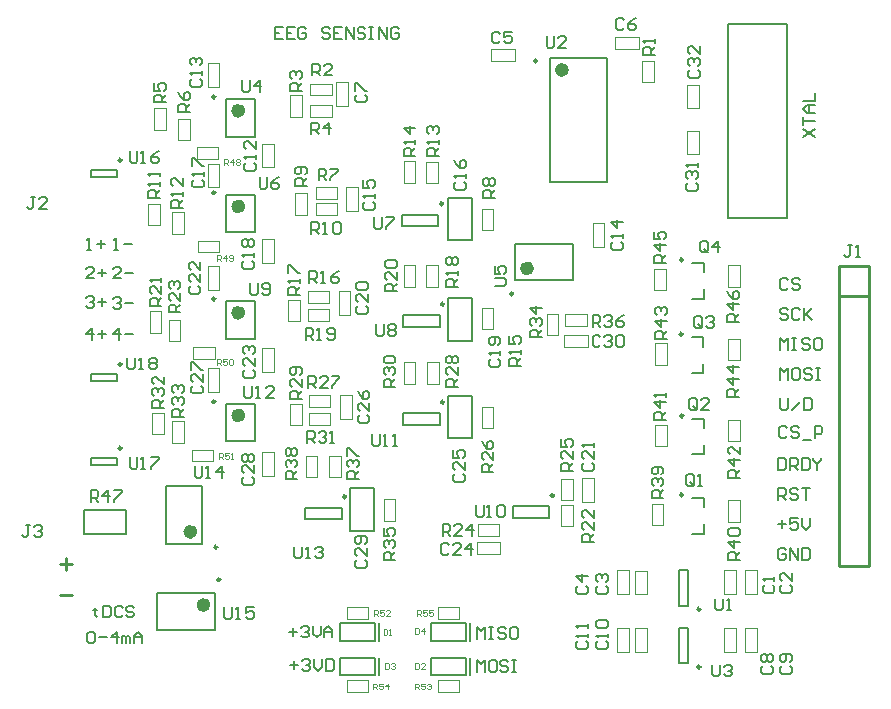
<source format=gto>
G04 Layer_Color=65535*
%FSLAX25Y25*%
%MOIN*%
G70*
G01*
G75*
%ADD10C,0.01000*%
%ADD34C,0.00984*%
%ADD35C,0.02362*%
%ADD36C,0.00197*%
%ADD37C,0.00787*%
%ADD38C,0.00591*%
%ADD39C,0.00394*%
D10*
X365472Y245394D02*
X375472D01*
Y235394D02*
Y245394D01*
X365472Y235394D02*
X375472D01*
X365472Y145394D02*
Y235394D01*
Y145394D02*
X375472D01*
Y235394D01*
X365472D02*
Y245394D01*
X105905Y135676D02*
X109904D01*
X105905Y146306D02*
X109904D01*
X107905Y148305D02*
Y144307D01*
D34*
X126476Y280807D02*
G03*
X126476Y280807I-492J0D01*
G01*
Y212697D02*
G03*
X126476Y212697I-492J0D01*
G01*
Y184744D02*
G03*
X126476Y184744I-492J0D01*
G01*
X158366Y151752D02*
G03*
X158366Y151752I-492J0D01*
G01*
X319390Y111811D02*
G03*
X319390Y111811I-492J0D01*
G01*
Y131102D02*
G03*
X319390Y131102I-492J0D01*
G01*
X159370Y140945D02*
G03*
X159370Y140945I-492J0D01*
G01*
X313583Y247539D02*
G03*
X313583Y247539I-492J0D01*
G01*
X313484Y222736D02*
G03*
X313484Y222736I-492J0D01*
G01*
X264961Y313878D02*
G03*
X264961Y313878I-492J0D01*
G01*
X256968Y236221D02*
G03*
X256968Y236221I-492J0D01*
G01*
X157677Y234547D02*
G03*
X157677Y234547I-492J0D01*
G01*
X157677Y200295D02*
G03*
X157677Y200295I-492J0D01*
G01*
X157677Y301870D02*
G03*
X157677Y301870I-492J0D01*
G01*
Y269980D02*
G03*
X157677Y269980I-492J0D01*
G01*
X313681Y195571D02*
G03*
X313681Y195571I-492J0D01*
G01*
X313583Y169193D02*
G03*
X313583Y169193I-492J0D01*
G01*
X270571Y168996D02*
G03*
X270571Y168996I-492J0D01*
G01*
X201279Y168602D02*
G03*
X201279Y168602I-492J0D01*
G01*
X233957Y200098D02*
G03*
X233957Y200098I-492J0D01*
G01*
Y232776D02*
G03*
X233957Y232776I-492J0D01*
G01*
X233563Y266240D02*
G03*
X233563Y266240I-492J0D01*
G01*
D35*
X150591Y156890D02*
G03*
X150591Y156890I-1181J0D01*
G01*
X154921Y132480D02*
G03*
X154921Y132480I-1181J0D01*
G01*
X274410Y310827D02*
G03*
X274410Y310827I-1181J0D01*
G01*
X262795Y244685D02*
G03*
X262795Y244685I-1181J0D01*
G01*
X166535Y229921D02*
G03*
X166535Y229921I-1181J0D01*
G01*
X166535Y195669D02*
G03*
X166535Y195669I-1181J0D01*
G01*
X166535Y297244D02*
G03*
X166535Y297244I-1181J0D01*
G01*
Y265354D02*
G03*
X166535Y265354I-1181J0D01*
G01*
D36*
X238976Y103543D02*
Y107480D01*
X231890D02*
X238976D01*
X231890Y103543D02*
Y107480D01*
Y103543D02*
X238976D01*
Y127953D02*
Y131890D01*
X231890D02*
X238976D01*
X231890Y127953D02*
Y131890D01*
Y127953D02*
X238976D01*
X208661Y103543D02*
Y107480D01*
X201575D02*
X208661D01*
X201575Y103543D02*
Y107480D01*
Y103543D02*
X208661D01*
Y127953D02*
Y131890D01*
X201575D02*
X208661D01*
X201575Y127953D02*
Y131890D01*
Y127953D02*
X208661D01*
X150000Y184252D02*
X157087D01*
Y180315D02*
Y184252D01*
X150000Y180315D02*
X157087D01*
X150000D02*
Y184252D01*
X150394Y218504D02*
X157480D01*
Y214567D02*
Y218504D01*
X150394Y214567D02*
X157480D01*
X150394D02*
Y218504D01*
X151969Y253937D02*
X159055D01*
Y250000D02*
Y253937D01*
X151969Y250000D02*
X159055D01*
X151969D02*
Y253937D01*
X151575Y285039D02*
X158661D01*
Y281102D02*
Y285039D01*
X151575Y281102D02*
X158661D01*
X151575D02*
Y285039D01*
X189370Y306299D02*
X196457D01*
Y302362D02*
Y306299D01*
X189370Y302362D02*
X196457D01*
X189370D02*
Y306299D01*
X328740Y238583D02*
Y245669D01*
X332677D01*
Y238583D02*
Y245669D01*
X328740Y238583D02*
X332677D01*
X303937Y237402D02*
Y244488D01*
X307874D01*
Y237402D02*
Y244488D01*
X303937Y237402D02*
X307874D01*
X328740Y214173D02*
Y221260D01*
X332677D01*
Y214173D02*
Y221260D01*
X328740Y214173D02*
X332677D01*
X304331Y212598D02*
Y219685D01*
X308268D01*
Y212598D02*
Y219685D01*
X304331Y212598D02*
X308268D01*
X328740Y187008D02*
Y194095D01*
X332677D01*
Y187008D02*
Y194095D01*
X328740Y187008D02*
X332677D01*
X304331Y185433D02*
Y192520D01*
X308268D01*
Y185433D02*
Y192520D01*
X304331Y185433D02*
X308268D01*
X328740Y160236D02*
Y167323D01*
X332677D01*
Y160236D02*
Y167323D01*
X328740Y160236D02*
X332677D01*
X303150Y159055D02*
Y166142D01*
X307087D01*
Y159055D02*
Y166142D01*
X303150Y159055D02*
X307087D01*
X291732Y116929D02*
X295669D01*
Y124803D01*
X291732D02*
X295669D01*
X291732Y116929D02*
Y124803D01*
X297638Y116929D02*
X301575D01*
Y124803D01*
X297638D02*
X301575D01*
X297638Y116929D02*
Y124803D01*
X334252Y116929D02*
X338189D01*
Y124803D01*
X334252D02*
X338189D01*
X334252Y116929D02*
Y124803D01*
X327165Y116929D02*
X331102D01*
Y124803D01*
X327165D02*
X331102D01*
X327165Y116929D02*
Y124803D01*
X291732Y136221D02*
X295669D01*
Y144095D01*
X291732D02*
X295669D01*
X291732Y136221D02*
Y144095D01*
X297638Y136063D02*
X301575D01*
Y143937D01*
X297638D02*
X301575D01*
X297638Y136063D02*
Y143937D01*
X334252Y136221D02*
X338189D01*
Y144095D01*
X334252D02*
X338189D01*
X334252Y136221D02*
Y144095D01*
X327165Y136221D02*
X331102D01*
Y144095D01*
X327165D02*
X331102D01*
X327165Y136221D02*
Y144095D01*
X314961Y290551D02*
X318898D01*
X314961Y282677D02*
Y290551D01*
Y282677D02*
X318898D01*
Y290551D01*
X314961Y298031D02*
X318898D01*
Y305906D01*
X314961D02*
X318898D01*
X314961Y298031D02*
Y305906D01*
X300000Y306693D02*
Y313779D01*
X303937D01*
Y306693D02*
Y313779D01*
X300000Y306693D02*
X303937D01*
X249606Y313779D02*
Y317717D01*
Y313779D02*
X257480D01*
Y317717D01*
X249606D02*
X257480D01*
X281890Y218504D02*
Y222441D01*
X274016D02*
X281890D01*
X274016Y218504D02*
Y222441D01*
Y218504D02*
X281890D01*
X274410Y225590D02*
X281496D01*
X274410D02*
Y229528D01*
X281496D01*
Y225590D02*
Y229528D01*
X272047Y222441D02*
Y229528D01*
X268110Y222441D02*
X272047D01*
X268110D02*
Y229528D01*
X272047D01*
X245276Y159449D02*
X252362D01*
Y155512D02*
Y159449D01*
X245276Y155512D02*
X252362D01*
X245276D02*
Y159449D01*
X252756Y149606D02*
Y153543D01*
X244882D02*
X252756D01*
X244882Y149606D02*
Y153543D01*
Y149606D02*
X252756D01*
X279921Y174803D02*
X283858D01*
X279921Y166929D02*
Y174803D01*
Y166929D02*
X283858D01*
Y174803D01*
X276772Y167421D02*
Y174508D01*
X272835Y167421D02*
X276772D01*
X272835D02*
Y174508D01*
X276772D01*
Y158661D02*
Y165748D01*
X272835Y158661D02*
X276772D01*
X272835D02*
Y165748D01*
X276772D01*
X283465Y251969D02*
X287402D01*
Y259842D01*
X283465D02*
X287402D01*
X283465Y251969D02*
Y259842D01*
X187795Y175197D02*
Y182283D01*
X191732D01*
Y175197D02*
Y182283D01*
X187795Y175197D02*
X191732D01*
X195669D02*
Y182283D01*
X199606D01*
Y175197D02*
Y182283D01*
X195669Y175197D02*
X199606D01*
X213779Y160630D02*
Y167717D01*
X217717D01*
Y160630D02*
Y167717D01*
X213779Y160630D02*
X217717D01*
X228346Y206299D02*
Y213386D01*
X232283D01*
Y206299D02*
Y213386D01*
X228346Y206299D02*
X232283D01*
X220472D02*
Y213386D01*
X224409D01*
Y206299D02*
Y213386D01*
X220472Y206299D02*
X224409D01*
X246457Y191339D02*
Y198425D01*
X250394D01*
Y191339D02*
Y198425D01*
X246457Y191339D02*
X250394D01*
X220472Y238583D02*
Y245669D01*
X224409D01*
Y238583D02*
Y245669D01*
X220472Y238583D02*
X224409D01*
X227953Y238583D02*
Y245669D01*
X231890D01*
Y238583D02*
Y245669D01*
X227953Y238583D02*
X231890D01*
X246457Y224409D02*
Y231496D01*
X250394D01*
Y224409D02*
Y231496D01*
X246457Y224409D02*
X250394D01*
X227953Y273130D02*
Y280217D01*
X231890D01*
Y273130D02*
Y280217D01*
X227953Y273130D02*
X231890D01*
X220472Y273228D02*
Y280315D01*
X224409D01*
Y273228D02*
Y280315D01*
X220472Y273228D02*
X224409D01*
X246457Y257480D02*
Y264567D01*
X250394D01*
Y257480D02*
Y264567D01*
X246457Y257480D02*
X250394D01*
X199213Y194488D02*
X203150D01*
Y202362D01*
X199213D02*
X203150D01*
X199213Y194488D02*
Y202362D01*
X188976Y202362D02*
X196063D01*
Y198425D02*
Y202362D01*
X188976Y198425D02*
X196063D01*
X188976D02*
Y202362D01*
X182677Y192520D02*
Y199606D01*
X186614D01*
Y192520D02*
Y199606D01*
X182677Y192520D02*
X186614D01*
X188976Y192520D02*
X196063D01*
X188976D02*
Y196457D01*
X196063D01*
Y192520D02*
Y196457D01*
X173228Y175591D02*
X177165D01*
Y183465D01*
X173228D02*
X177165D01*
X173228Y175591D02*
Y183465D01*
X155118Y211417D02*
X159055D01*
X155118Y203543D02*
Y211417D01*
Y203543D02*
X159055D01*
Y211417D01*
X143307Y186614D02*
Y193701D01*
X147244D01*
Y186614D02*
Y193701D01*
X143307Y186614D02*
X147244D01*
X136614Y189370D02*
Y196457D01*
X140551D01*
Y189370D02*
Y196457D01*
X136614Y189370D02*
X140551D01*
X188583Y237008D02*
X195669D01*
Y233071D02*
Y237008D01*
X188583Y233071D02*
X195669D01*
X188583D02*
Y237008D01*
X198819Y229134D02*
X202756D01*
Y237008D01*
X198819D02*
X202756D01*
X198819Y229134D02*
Y237008D01*
X188583Y227165D02*
X195669D01*
X188583D02*
Y231102D01*
X195669D01*
Y227165D02*
Y231102D01*
X181890Y227165D02*
Y234252D01*
X185827D01*
Y227165D02*
Y234252D01*
X181890Y227165D02*
X185827D01*
X155118Y245512D02*
X159055D01*
X155118Y237638D02*
Y245512D01*
Y237638D02*
X159055D01*
Y245512D01*
X173228Y210236D02*
X177165D01*
Y218110D01*
X173228D02*
X177165D01*
X173228Y210236D02*
Y218110D01*
X135827Y223228D02*
Y230315D01*
X139764D01*
Y223228D02*
Y230315D01*
X135827Y223228D02*
X139764D01*
X142126Y220472D02*
Y227559D01*
X146063D01*
Y220472D02*
Y227559D01*
X142126Y220472D02*
X146063D01*
X191339Y271654D02*
X198425D01*
Y267717D02*
Y271654D01*
X191339Y267717D02*
X198425D01*
X191339D02*
Y271654D01*
X201181Y263779D02*
X205118D01*
Y271654D01*
X201181D02*
X205118D01*
X201181Y263779D02*
Y271654D01*
X184252Y262598D02*
Y269685D01*
X188189D01*
Y262598D02*
Y269685D01*
X184252Y262598D02*
X188189D01*
X191339Y262598D02*
X198425D01*
X191339D02*
Y266535D01*
X198425D01*
Y262598D02*
Y266535D01*
X155118Y279528D02*
X159055D01*
X155118Y271654D02*
Y279528D01*
Y271654D02*
X159055D01*
Y279528D01*
X173228Y246457D02*
X177165D01*
Y254331D01*
X173228D02*
X177165D01*
X173228Y246457D02*
Y254331D01*
X143307Y256299D02*
Y263386D01*
X147244D01*
Y256299D02*
Y263386D01*
X143307Y256299D02*
X147244D01*
X135433Y259055D02*
Y266142D01*
X139370D01*
Y259055D02*
Y266142D01*
X135433Y259055D02*
X139370D01*
X198031Y298819D02*
X201969D01*
Y306693D01*
X198031D02*
X201969D01*
X198031Y298819D02*
Y306693D01*
X182677Y295276D02*
Y302362D01*
X186614D01*
Y295276D02*
Y302362D01*
X182677Y295276D02*
X186614D01*
X189370Y295276D02*
X196457D01*
X189370D02*
Y299213D01*
X196457D01*
Y295276D02*
Y299213D01*
X155118Y313150D02*
X159055D01*
X155118Y305276D02*
Y313150D01*
Y305276D02*
X159055D01*
Y313150D01*
X173228Y278346D02*
X177165D01*
Y286221D01*
X173228D02*
X177165D01*
X173228Y278346D02*
Y286221D01*
X145276Y287402D02*
Y294488D01*
X149213D01*
Y287402D02*
Y294488D01*
X145276Y287402D02*
X149213D01*
X137402Y290945D02*
Y298031D01*
X141339D01*
Y290945D02*
Y298031D01*
X137402Y290945D02*
X141339D01*
X298819Y317717D02*
Y321654D01*
X290945D02*
X298819D01*
X290945Y317717D02*
Y321654D01*
Y317717D02*
X298819D01*
D37*
X229528Y109055D02*
X241339D01*
Y114961D01*
X229528D02*
X241339D01*
X229528Y109055D02*
Y114961D01*
X242520Y109055D02*
Y114961D01*
X229528Y120472D02*
X241339D01*
Y126378D01*
X229528D02*
X241339D01*
X229528Y120472D02*
Y126378D01*
X242520Y120472D02*
Y126378D01*
X199213Y120472D02*
X211024D01*
Y126378D01*
X199213D02*
X211024D01*
X199213Y120472D02*
Y126378D01*
X212205Y120472D02*
Y126378D01*
X199213Y109055D02*
X211024D01*
Y114961D01*
X199213D02*
X211024D01*
X199213Y109055D02*
Y114961D01*
X212205Y109055D02*
Y114961D01*
X124803Y275197D02*
Y277559D01*
X116142Y275197D02*
Y277559D01*
X124803D01*
X116142Y275197D02*
X124803D01*
Y207087D02*
Y209449D01*
X116142Y207087D02*
Y209449D01*
X124803D01*
X116142Y207087D02*
X124803D01*
Y179134D02*
Y181496D01*
X116142Y179134D02*
Y181496D01*
X124803D01*
X116142Y179134D02*
X124803D01*
X141142Y172244D02*
X153347D01*
X141142Y152953D02*
X153347D01*
X141142D02*
Y172244D01*
X153347Y152953D02*
Y172244D01*
X312402Y112992D02*
X315158D01*
X312402Y124803D02*
X315158D01*
Y112992D02*
Y124803D01*
X312402Y112992D02*
Y124803D01*
Y132283D02*
X315158D01*
X312402Y144095D02*
X315158D01*
Y132283D02*
Y144095D01*
X312402Y132283D02*
Y144095D01*
X113866Y156224D02*
X128039D01*
Y164098D01*
X113866D02*
X128039D01*
X113866Y156224D02*
Y164098D01*
X138386Y124213D02*
Y136417D01*
X157677Y124213D02*
Y136417D01*
X138386Y124213D02*
X157677D01*
X138386Y136417D02*
X157677D01*
X320472Y234646D02*
Y237697D01*
X316535Y234646D02*
X320472D01*
Y243406D02*
Y246457D01*
X316535D02*
X320472D01*
X320374Y209842D02*
Y212894D01*
X316437Y209842D02*
X320374D01*
Y218602D02*
Y221654D01*
X316437D02*
X320374D01*
X269291Y273425D02*
X288189D01*
X269291Y314764D02*
X288189D01*
Y273425D02*
Y314764D01*
X269291Y273425D02*
Y314764D01*
X276969Y240748D02*
Y252953D01*
X257677Y240748D02*
Y252953D01*
X276969D01*
X257677Y240748D02*
X276969D01*
X161417Y221260D02*
Y233858D01*
X170866Y221260D02*
Y233858D01*
X161417D02*
X170866D01*
X161417Y221260D02*
X170866D01*
X161417Y187008D02*
Y199606D01*
X170866Y187008D02*
Y199606D01*
X161417D02*
X170866D01*
X161417Y187008D02*
X170866D01*
X161417Y288583D02*
Y301181D01*
X170866Y288583D02*
Y301181D01*
X161417D02*
X170866D01*
X161417Y288583D02*
X170866D01*
X161417Y256693D02*
Y269291D01*
X170866Y256693D02*
Y269291D01*
X161417D02*
X170866D01*
X161417Y256693D02*
X170866D01*
X320571Y182677D02*
Y185728D01*
X316634Y182677D02*
X320571D01*
Y191437D02*
Y194488D01*
X316634D02*
X320571D01*
X320472Y156299D02*
Y159350D01*
X316535Y156299D02*
X320472D01*
Y165059D02*
Y168110D01*
X316535D02*
X320472D01*
X328740Y261417D02*
X338583D01*
X328740Y261417D02*
Y325984D01*
X348425D01*
Y261417D02*
Y325984D01*
X338583Y261417D02*
X348425D01*
X256890Y161417D02*
X269094D01*
X256890Y165354D02*
X269094D01*
X256890Y161417D02*
Y165354D01*
X269094Y161417D02*
Y165354D01*
X210567Y157173D02*
Y171346D01*
X202693D02*
X210567D01*
X202693Y157173D02*
Y171346D01*
Y157173D02*
X210567D01*
X187598Y161024D02*
X199803D01*
X187598Y164961D02*
X199803D01*
X187598Y161024D02*
Y164961D01*
X199803Y161024D02*
Y164961D01*
X220276Y192520D02*
X232480D01*
X220276Y196457D02*
X232480D01*
X220276Y192520D02*
Y196457D01*
X232480Y192520D02*
Y196457D01*
X243244Y188079D02*
Y202252D01*
X235370D02*
X243244D01*
X235370Y188079D02*
Y202252D01*
Y188079D02*
X243244D01*
Y220559D02*
Y234732D01*
X235370D02*
X243244D01*
X235370Y220559D02*
Y234732D01*
Y220559D02*
X243244D01*
X220276Y225197D02*
X232480D01*
X220276Y229134D02*
X232480D01*
X220276Y225197D02*
Y229134D01*
X232480Y225197D02*
Y229134D01*
X243244Y254024D02*
Y268197D01*
X235370D02*
X243244D01*
X235370Y254024D02*
Y268197D01*
Y254024D02*
X243244D01*
X219882Y258661D02*
X232087D01*
X219882Y262598D02*
X232087D01*
X219882Y258661D02*
Y262598D01*
X232087Y258661D02*
Y262598D01*
D38*
X125590Y220866D02*
Y224802D01*
X123622Y222834D01*
X126246D01*
X127558D02*
X130182D01*
X123622Y234382D02*
X124278Y235038D01*
X125590D01*
X126246Y234382D01*
Y233726D01*
X125590Y233070D01*
X124934D01*
X125590D01*
X126246Y232414D01*
Y231758D01*
X125590Y231102D01*
X124278D01*
X123622Y231758D01*
X127558Y233070D02*
X130182D01*
X126246Y241339D02*
X123622D01*
X126246Y243962D01*
Y244618D01*
X125590Y245274D01*
X124278D01*
X123622Y244618D01*
X127558Y243306D02*
X130182D01*
X116535Y220866D02*
Y224802D01*
X114567Y222834D01*
X117191D01*
X118503D02*
X121126D01*
X119815Y224146D02*
Y221522D01*
X114567Y234776D02*
X115223Y235432D01*
X116535D01*
X117191Y234776D01*
Y234120D01*
X116535Y233464D01*
X115879D01*
X116535D01*
X117191Y232808D01*
Y232152D01*
X116535Y231496D01*
X115223D01*
X114567Y232152D01*
X118503Y233464D02*
X121126D01*
X119815Y234776D02*
Y232152D01*
X117191Y241339D02*
X114567D01*
X117191Y243962D01*
Y244618D01*
X116535Y245274D01*
X115223D01*
X114567Y244618D01*
X118503Y243306D02*
X121126D01*
X119815Y244618D02*
Y241995D01*
X124016Y250787D02*
X125328D01*
X124672D01*
Y254723D01*
X124016Y254067D01*
X127295Y252755D02*
X129919D01*
X114961Y250787D02*
X116272D01*
X115617D01*
Y254723D01*
X114961Y254067D01*
X118240Y252755D02*
X120864D01*
X119552Y254067D02*
Y251443D01*
X244882Y121260D02*
Y125196D01*
X246194Y123884D01*
X247506Y125196D01*
Y121260D01*
X248818Y125196D02*
X250130D01*
X249474D01*
Y121260D01*
X248818D01*
X250130D01*
X254721Y124540D02*
X254065Y125196D01*
X252753D01*
X252097Y124540D01*
Y123884D01*
X252753Y123228D01*
X254065D01*
X254721Y122572D01*
Y121916D01*
X254065Y121260D01*
X252753D01*
X252097Y121916D01*
X258001Y125196D02*
X256689D01*
X256033Y124540D01*
Y121916D01*
X256689Y121260D01*
X258001D01*
X258657Y121916D01*
Y124540D01*
X258001Y125196D01*
X244882Y110236D02*
Y114172D01*
X246194Y112860D01*
X247506Y114172D01*
Y110236D01*
X250785Y114172D02*
X249474D01*
X248818Y113516D01*
Y110892D01*
X249474Y110236D01*
X250785D01*
X251441Y110892D01*
Y113516D01*
X250785Y114172D01*
X255377Y113516D02*
X254721Y114172D01*
X253409D01*
X252753Y113516D01*
Y112860D01*
X253409Y112204D01*
X254721D01*
X255377Y111548D01*
Y110892D01*
X254721Y110236D01*
X253409D01*
X252753Y110892D01*
X256689Y114172D02*
X258001D01*
X257345D01*
Y110236D01*
X256689D01*
X258001D01*
X182677Y112598D02*
X185301D01*
X183989Y113910D02*
Y111286D01*
X186613Y113910D02*
X187269Y114566D01*
X188581D01*
X189237Y113910D01*
Y113254D01*
X188581Y112598D01*
X187925D01*
X188581D01*
X189237Y111942D01*
Y111286D01*
X188581Y110630D01*
X187269D01*
X186613Y111286D01*
X190549Y114566D02*
Y111942D01*
X191861Y110630D01*
X193173Y111942D01*
Y114566D01*
X194484D02*
Y110630D01*
X196452D01*
X197108Y111286D01*
Y113910D01*
X196452Y114566D01*
X194484D01*
X182283Y123621D02*
X184907D01*
X183595Y124933D02*
Y122310D01*
X186219Y124933D02*
X186875Y125589D01*
X188187D01*
X188843Y124933D01*
Y124277D01*
X188187Y123621D01*
X187531D01*
X188187D01*
X188843Y122966D01*
Y122310D01*
X188187Y121653D01*
X186875D01*
X186219Y122310D01*
X190155Y125589D02*
Y122966D01*
X191467Y121653D01*
X192779Y122966D01*
Y125589D01*
X194091Y121653D02*
Y124277D01*
X195403Y125589D01*
X196714Y124277D01*
Y121653D01*
Y123621D01*
X194091D01*
X95931Y159054D02*
X94619D01*
X95275D01*
Y155774D01*
X94619Y155118D01*
X93963D01*
X93307Y155774D01*
X97243Y158398D02*
X97899Y159054D01*
X99211D01*
X99867Y158398D01*
Y157742D01*
X99211Y157086D01*
X98555D01*
X99211D01*
X99867Y156430D01*
Y155774D01*
X99211Y155118D01*
X97899D01*
X97243Y155774D01*
X97506Y268503D02*
X96194D01*
X96850D01*
Y265223D01*
X96194Y264567D01*
X95538D01*
X94882Y265223D01*
X101441Y264567D02*
X98818D01*
X101441Y267191D01*
Y267847D01*
X100786Y268503D01*
X99474D01*
X98818Y267847D01*
X369947Y252361D02*
X368635D01*
X369291D01*
Y249081D01*
X368635Y248425D01*
X367979D01*
X367323Y249081D01*
X371259Y248425D02*
X372570D01*
X371915D01*
Y252361D01*
X371259Y251705D01*
X129134Y283857D02*
Y280577D01*
X129790Y279921D01*
X131102D01*
X131758Y280577D01*
Y283857D01*
X133070Y279921D02*
X134381D01*
X133726D01*
Y283857D01*
X133070Y283201D01*
X138973Y283857D02*
X137661Y283201D01*
X136349Y281889D01*
Y280577D01*
X137005Y279921D01*
X138317D01*
X138973Y280577D01*
Y281233D01*
X138317Y281889D01*
X136349D01*
X128347Y214959D02*
Y211680D01*
X129002Y211024D01*
X130314D01*
X130970Y211680D01*
Y214959D01*
X132282Y211024D02*
X133594D01*
X132938D01*
Y214959D01*
X132282Y214303D01*
X135562D02*
X136218Y214959D01*
X137530D01*
X138186Y214303D01*
Y213647D01*
X137530Y212991D01*
X138186Y212335D01*
Y211680D01*
X137530Y211024D01*
X136218D01*
X135562Y211680D01*
Y212335D01*
X136218Y212991D01*
X135562Y213647D01*
Y214303D01*
X136218Y212991D02*
X137530D01*
X129134Y181888D02*
Y178609D01*
X129790Y177953D01*
X131102D01*
X131758Y178609D01*
Y181888D01*
X133070Y177953D02*
X134381D01*
X133726D01*
Y181888D01*
X133070Y181233D01*
X136349Y181888D02*
X138973D01*
Y181233D01*
X136349Y178609D01*
Y177953D01*
X150787Y178739D02*
Y175459D01*
X151443Y174803D01*
X152755D01*
X153411Y175459D01*
Y178739D01*
X154723Y174803D02*
X156035D01*
X155379D01*
Y178739D01*
X154723Y178083D01*
X159971Y174803D02*
Y178739D01*
X158003Y176771D01*
X160627D01*
X323228Y112597D02*
Y109317D01*
X323884Y108661D01*
X325196D01*
X325852Y109317D01*
Y112597D01*
X327164Y111941D02*
X327820Y112597D01*
X329132D01*
X329788Y111941D01*
Y111285D01*
X329132Y110629D01*
X328476D01*
X329132D01*
X329788Y109973D01*
Y109317D01*
X329132Y108661D01*
X327820D01*
X327164Y109317D01*
X324410Y134644D02*
Y131365D01*
X325065Y130709D01*
X326377D01*
X327033Y131365D01*
Y134644D01*
X328345Y130709D02*
X329657D01*
X329001D01*
Y134644D01*
X328345Y133988D01*
X116142Y166791D02*
Y170727D01*
X118110D01*
X118766Y170071D01*
Y168759D01*
X118110Y168103D01*
X116142D01*
X117454D02*
X118766Y166791D01*
X122045D02*
Y170727D01*
X120078Y168759D01*
X122701D01*
X124013Y170727D02*
X126637D01*
Y170071D01*
X124013Y167447D01*
Y166791D01*
X160630Y131888D02*
Y128609D01*
X161286Y127953D01*
X162598D01*
X163254Y128609D01*
Y131888D01*
X164566Y127953D02*
X165878D01*
X165222D01*
Y131888D01*
X164566Y131233D01*
X170469Y131888D02*
X167845D01*
Y129921D01*
X169157Y130577D01*
X169813D01*
X170469Y129921D01*
Y128609D01*
X169813Y127953D01*
X168501D01*
X167845Y128609D01*
X321915Y250656D02*
Y253280D01*
X321259Y253936D01*
X319947D01*
X319291Y253280D01*
Y250656D01*
X319947Y250000D01*
X321259D01*
X320603Y251312D02*
X321915Y250000D01*
X321259D02*
X321915Y250656D01*
X325195Y250000D02*
Y253936D01*
X323227Y251968D01*
X325851D01*
X319947Y225459D02*
Y228083D01*
X319291Y228739D01*
X317979D01*
X317323Y228083D01*
Y225459D01*
X317979Y224803D01*
X319291D01*
X318635Y226115D02*
X319947Y224803D01*
X319291D02*
X319947Y225459D01*
X321259Y228083D02*
X321915Y228739D01*
X323226D01*
X323882Y228083D01*
Y227427D01*
X323226Y226771D01*
X322570D01*
X323226D01*
X323882Y226115D01*
Y225459D01*
X323226Y224803D01*
X321915D01*
X321259Y225459D01*
X268110Y322046D02*
Y318766D01*
X268766Y318110D01*
X270078D01*
X270734Y318766D01*
Y322046D01*
X274670Y318110D02*
X272046D01*
X274670Y320734D01*
Y321390D01*
X274014Y322046D01*
X272702D01*
X272046Y321390D01*
X250789Y238976D02*
X254068D01*
X254724Y239632D01*
Y240944D01*
X254068Y241600D01*
X250789D01*
Y245536D02*
Y242912D01*
X252757D01*
X252101Y244224D01*
Y244880D01*
X252757Y245536D01*
X254068D01*
X254724Y244880D01*
Y243568D01*
X254068Y242912D01*
X189900Y309000D02*
Y312936D01*
X191868D01*
X192524Y312280D01*
Y310968D01*
X191868Y310312D01*
X189900D01*
X191212D02*
X192524Y309000D01*
X196460D02*
X193836D01*
X196460Y311624D01*
Y312280D01*
X195804Y312936D01*
X194492D01*
X193836Y312280D01*
X169291Y239762D02*
Y236483D01*
X169947Y235827D01*
X171259D01*
X171915Y236483D01*
Y239762D01*
X173227Y236483D02*
X173883Y235827D01*
X175195D01*
X175851Y236483D01*
Y239107D01*
X175195Y239762D01*
X173883D01*
X173227Y239107D01*
Y238451D01*
X173883Y237795D01*
X175851D01*
X167323Y205510D02*
Y202231D01*
X167979Y201575D01*
X169291D01*
X169947Y202231D01*
Y205510D01*
X171259Y201575D02*
X172571D01*
X171915D01*
Y205510D01*
X171259Y204855D01*
X177162Y201575D02*
X174538D01*
X177162Y204199D01*
Y204855D01*
X176506Y205510D01*
X175194D01*
X174538Y204855D01*
X166535Y307479D02*
Y304199D01*
X167191Y303543D01*
X168503D01*
X169159Y304199D01*
Y307479D01*
X172439Y303543D02*
Y307479D01*
X170471Y305511D01*
X173095D01*
X172441Y275196D02*
Y271916D01*
X173097Y271260D01*
X174409D01*
X175065Y271916D01*
Y275196D01*
X179000D02*
X177689Y274540D01*
X176377Y273228D01*
Y271916D01*
X177033Y271260D01*
X178345D01*
X179000Y271916D01*
Y272572D01*
X178345Y273228D01*
X176377D01*
X332283Y226772D02*
X328348D01*
Y228740D01*
X329004Y229396D01*
X330316D01*
X330972Y228740D01*
Y226772D01*
Y228084D02*
X332283Y229396D01*
Y232675D02*
X328348D01*
X330316Y230707D01*
Y233331D01*
X328348Y237267D02*
X329004Y235955D01*
X330316Y234643D01*
X331627D01*
X332283Y235299D01*
Y236611D01*
X331627Y237267D01*
X330972D01*
X330316Y236611D01*
Y234643D01*
X307874Y246457D02*
X303938D01*
Y248425D01*
X304594Y249080D01*
X305906D01*
X306562Y248425D01*
Y246457D01*
Y247769D02*
X307874Y249080D01*
Y252360D02*
X303938D01*
X305906Y250392D01*
Y253016D01*
X303938Y256952D02*
Y254328D01*
X305906D01*
X305250Y255640D01*
Y256296D01*
X305906Y256952D01*
X307218D01*
X307874Y256296D01*
Y254984D01*
X307218Y254328D01*
X332283Y201969D02*
X328348D01*
Y203936D01*
X329004Y204592D01*
X330316D01*
X330972Y203936D01*
Y201969D01*
Y203280D02*
X332283Y204592D01*
Y207872D02*
X328348D01*
X330316Y205904D01*
Y208528D01*
X332283Y211808D02*
X328348D01*
X330316Y209840D01*
Y212464D01*
X308268Y221260D02*
X304332D01*
Y223228D01*
X304988Y223884D01*
X306300D01*
X306956Y223228D01*
Y221260D01*
Y222572D02*
X308268Y223884D01*
Y227163D02*
X304332D01*
X306300Y225196D01*
Y227819D01*
X304988Y229131D02*
X304332Y229787D01*
Y231099D01*
X304988Y231755D01*
X305644D01*
X306300Y231099D01*
Y230443D01*
Y231099D01*
X306956Y231755D01*
X307612D01*
X308268Y231099D01*
Y229787D01*
X307612Y229131D01*
X332677Y174803D02*
X328741D01*
Y176771D01*
X329397Y177427D01*
X330709D01*
X331365Y176771D01*
Y174803D01*
Y176115D02*
X332677Y177427D01*
Y180707D02*
X328741D01*
X330709Y178739D01*
Y181363D01*
X332677Y185299D02*
Y182675D01*
X330053Y185299D01*
X329397D01*
X328741Y184643D01*
Y183331D01*
X329397Y182675D01*
X318372Y198294D02*
Y200918D01*
X317716Y201573D01*
X316404D01*
X315748Y200918D01*
Y198294D01*
X316404Y197638D01*
X317716D01*
X317060Y198950D02*
X318372Y197638D01*
X317716D02*
X318372Y198294D01*
X322308Y197638D02*
X319684D01*
X322308Y200262D01*
Y200918D01*
X321652Y201573D01*
X320340D01*
X319684Y200918D01*
X307874Y194095D02*
X303938D01*
Y196062D01*
X304594Y196718D01*
X305906D01*
X306562Y196062D01*
Y194095D01*
Y195406D02*
X307874Y196718D01*
Y199998D02*
X303938D01*
X305906Y198030D01*
Y200654D01*
X307874Y201966D02*
Y203278D01*
Y202622D01*
X303938D01*
X304594Y201966D01*
X332677Y147638D02*
X328741D01*
Y149606D01*
X329397Y150262D01*
X330709D01*
X331365Y149606D01*
Y147638D01*
Y148950D02*
X332677Y150262D01*
Y153541D02*
X328741D01*
X330709Y151574D01*
Y154197D01*
X329397Y155509D02*
X328741Y156165D01*
Y157477D01*
X329397Y158133D01*
X332021D01*
X332677Y157477D01*
Y156165D01*
X332021Y155509D01*
X329397D01*
X307087Y168110D02*
X303151D01*
Y170078D01*
X303807Y170734D01*
X305119D01*
X305775Y170078D01*
Y168110D01*
Y169422D02*
X307087Y170734D01*
X303807Y172046D02*
X303151Y172702D01*
Y174014D01*
X303807Y174670D01*
X304463D01*
X305119Y174014D01*
Y173358D01*
Y174014D01*
X305775Y174670D01*
X306431D01*
X307087Y174014D01*
Y172702D01*
X306431Y172046D01*
Y175982D02*
X307087Y176638D01*
Y177950D01*
X306431Y178605D01*
X303807D01*
X303151Y177950D01*
Y176638D01*
X303807Y175982D01*
X304463D01*
X305119Y176638D01*
Y178605D01*
X317191Y172703D02*
Y175327D01*
X316535Y175983D01*
X315223D01*
X314567Y175327D01*
Y172703D01*
X315223Y172047D01*
X316535D01*
X315879Y173359D02*
X317191Y172047D01*
X316535D02*
X317191Y172703D01*
X318503Y172047D02*
X319815D01*
X319159D01*
Y175983D01*
X318503Y175327D01*
X278610Y120340D02*
X277954Y119684D01*
Y118372D01*
X278610Y117717D01*
X281234D01*
X281890Y118372D01*
Y119684D01*
X281234Y120340D01*
X281890Y121652D02*
Y122964D01*
Y122308D01*
X277954D01*
X278610Y121652D01*
X281890Y124932D02*
Y126244D01*
Y125588D01*
X277954D01*
X278610Y124932D01*
X285303Y120340D02*
X284647Y119684D01*
Y118372D01*
X285303Y117717D01*
X287927D01*
X288583Y118372D01*
Y119684D01*
X287927Y120340D01*
X288583Y121652D02*
Y122964D01*
Y122308D01*
X284647D01*
X285303Y121652D01*
Y124932D02*
X284647Y125588D01*
Y126900D01*
X285303Y127556D01*
X287927D01*
X288583Y126900D01*
Y125588D01*
X287927Y124932D01*
X285303D01*
X346720Y112073D02*
X346064Y111417D01*
Y110105D01*
X346720Y109449D01*
X349344D01*
X350000Y110105D01*
Y111417D01*
X349344Y112073D01*
Y113385D02*
X350000Y114041D01*
Y115352D01*
X349344Y116008D01*
X346720D01*
X346064Y115352D01*
Y114041D01*
X346720Y113385D01*
X347376D01*
X348032Y114041D01*
Y116008D01*
X340421Y112073D02*
X339765Y111417D01*
Y110105D01*
X340421Y109449D01*
X343045D01*
X343701Y110105D01*
Y111417D01*
X343045Y112073D01*
X340421Y113385D02*
X339765Y114041D01*
Y115352D01*
X340421Y116008D01*
X341077D01*
X341733Y115352D01*
X342389Y116008D01*
X343045D01*
X343701Y115352D01*
Y114041D01*
X343045Y113385D01*
X342389D01*
X341733Y114041D01*
X341077Y113385D01*
X340421D01*
X341733Y114041D02*
Y115352D01*
X278610Y138844D02*
X277954Y138188D01*
Y136876D01*
X278610Y136221D01*
X281234D01*
X281890Y136876D01*
Y138188D01*
X281234Y138844D01*
X281890Y142124D02*
X277954D01*
X279922Y140156D01*
Y142780D01*
X285303Y138844D02*
X284647Y138188D01*
Y136876D01*
X285303Y136221D01*
X287927D01*
X288583Y136876D01*
Y138188D01*
X287927Y138844D01*
X285303Y140156D02*
X284647Y140812D01*
Y142124D01*
X285303Y142780D01*
X285959D01*
X286615Y142124D01*
Y141468D01*
Y142124D01*
X287271Y142780D01*
X287927D01*
X288583Y142124D01*
Y140812D01*
X287927Y140156D01*
X346720Y139238D02*
X346064Y138582D01*
Y137270D01*
X346720Y136614D01*
X349344D01*
X350000Y137270D01*
Y138582D01*
X349344Y139238D01*
X350000Y143174D02*
Y140550D01*
X347376Y143174D01*
X346720D01*
X346064Y142518D01*
Y141206D01*
X346720Y140550D01*
X340815Y139238D02*
X340159Y138582D01*
Y137270D01*
X340815Y136614D01*
X343439D01*
X344094Y137270D01*
Y138582D01*
X343439Y139238D01*
X344094Y140550D02*
Y141862D01*
Y141206D01*
X340159D01*
X340815Y140550D01*
X353545Y288583D02*
X357480Y291207D01*
X353545D02*
X357480Y288583D01*
X353545Y292518D02*
Y295142D01*
Y293830D01*
X357480D01*
Y296454D02*
X354856D01*
X353545Y297766D01*
X354856Y299078D01*
X357480D01*
X355512D01*
Y296454D01*
X353545Y300390D02*
X357480D01*
Y303014D01*
X315224Y273096D02*
X314568Y272440D01*
Y271128D01*
X315224Y270472D01*
X317848D01*
X318504Y271128D01*
Y272440D01*
X317848Y273096D01*
X315224Y274408D02*
X314568Y275064D01*
Y276376D01*
X315224Y277032D01*
X315880D01*
X316536Y276376D01*
Y275720D01*
Y276376D01*
X317192Y277032D01*
X317848D01*
X318504Y276376D01*
Y275064D01*
X317848Y274408D01*
X318504Y278344D02*
Y279656D01*
Y279000D01*
X314568D01*
X315224Y278344D01*
X316012Y310892D02*
X315356Y310236D01*
Y308924D01*
X316012Y308268D01*
X318635D01*
X319291Y308924D01*
Y310236D01*
X318635Y310892D01*
X316012Y312204D02*
X315356Y312859D01*
Y314171D01*
X316012Y314827D01*
X316668D01*
X317323Y314171D01*
Y313515D01*
Y314171D01*
X317979Y314827D01*
X318635D01*
X319291Y314171D01*
Y312859D01*
X318635Y312204D01*
X319291Y318763D02*
Y316139D01*
X316668Y318763D01*
X316012D01*
X315356Y318107D01*
Y316795D01*
X316012Y316139D01*
X304331Y315748D02*
X300395D01*
Y317716D01*
X301051Y318372D01*
X302363D01*
X303019Y317716D01*
Y315748D01*
Y317060D02*
X304331Y318372D01*
Y319684D02*
Y320996D01*
Y320340D01*
X300395D01*
X301051Y319684D01*
X252624Y322965D02*
X251968Y323621D01*
X250656D01*
X250000Y322965D01*
Y320341D01*
X250656Y319685D01*
X251968D01*
X252624Y320341D01*
X256560Y323621D02*
X253936D01*
Y321653D01*
X255248Y322309D01*
X255904D01*
X256560Y321653D01*
Y320341D01*
X255904Y319685D01*
X254592D01*
X253936Y320341D01*
X286088Y221784D02*
X285432Y222440D01*
X284120D01*
X283465Y221784D01*
Y219160D01*
X284120Y218504D01*
X285432D01*
X286088Y219160D01*
X287400Y221784D02*
X288056Y222440D01*
X289368D01*
X290024Y221784D01*
Y221128D01*
X289368Y220472D01*
X288712D01*
X289368D01*
X290024Y219816D01*
Y219160D01*
X289368Y218504D01*
X288056D01*
X287400Y219160D01*
X291336Y221784D02*
X291992Y222440D01*
X293304D01*
X293960Y221784D01*
Y219160D01*
X293304Y218504D01*
X291992D01*
X291336Y219160D01*
Y221784D01*
X283465Y225197D02*
Y229133D01*
X285432D01*
X286088Y228477D01*
Y227165D01*
X285432Y226509D01*
X283465D01*
X284776D02*
X286088Y225197D01*
X287400Y228477D02*
X288056Y229133D01*
X289368D01*
X290024Y228477D01*
Y227821D01*
X289368Y227165D01*
X288712D01*
X289368D01*
X290024Y226509D01*
Y225853D01*
X289368Y225197D01*
X288056D01*
X287400Y225853D01*
X293960Y229133D02*
X292648Y228477D01*
X291336Y227165D01*
Y225853D01*
X291992Y225197D01*
X293304D01*
X293960Y225853D01*
Y226509D01*
X293304Y227165D01*
X291336D01*
X266535Y221654D02*
X262600D01*
Y223621D01*
X263256Y224277D01*
X264568D01*
X265224Y223621D01*
Y221654D01*
Y222966D02*
X266535Y224277D01*
X263256Y225589D02*
X262600Y226245D01*
Y227557D01*
X263256Y228213D01*
X263912D01*
X264568Y227557D01*
Y226901D01*
Y227557D01*
X265224Y228213D01*
X265880D01*
X266535Y227557D01*
Y226245D01*
X265880Y225589D01*
X266535Y231493D02*
X262600D01*
X264568Y229525D01*
Y232149D01*
X233465Y155512D02*
Y159448D01*
X235433D01*
X236088Y158792D01*
Y157480D01*
X235433Y156824D01*
X233465D01*
X234776D02*
X236088Y155512D01*
X240024D02*
X237400D01*
X240024Y158136D01*
Y158792D01*
X239368Y159448D01*
X238056D01*
X237400Y158792D01*
X243304Y155512D02*
Y159448D01*
X241336Y157480D01*
X243960D01*
X235695Y152492D02*
X235039Y153148D01*
X233727D01*
X233071Y152492D01*
Y149869D01*
X233727Y149213D01*
X235039D01*
X235695Y149869D01*
X239630Y149213D02*
X237007D01*
X239630Y151836D01*
Y152492D01*
X238974Y153148D01*
X237663D01*
X237007Y152492D01*
X242910Y149213D02*
Y153148D01*
X240942Y151181D01*
X243566D01*
X280578Y179789D02*
X279923Y179133D01*
Y177821D01*
X280578Y177165D01*
X283202D01*
X283858Y177821D01*
Y179133D01*
X283202Y179789D01*
X283858Y183725D02*
Y181101D01*
X281235Y183725D01*
X280578D01*
X279923Y183069D01*
Y181757D01*
X280578Y181101D01*
X283858Y185037D02*
Y186349D01*
Y185693D01*
X279923D01*
X280578Y185037D01*
X276772Y177165D02*
X272836D01*
Y179133D01*
X273492Y179789D01*
X274804D01*
X275460Y179133D01*
Y177165D01*
Y178477D02*
X276772Y179789D01*
Y183725D02*
Y181101D01*
X274148Y183725D01*
X273492D01*
X272836Y183069D01*
Y181757D01*
X273492Y181101D01*
X272836Y187661D02*
Y185037D01*
X274804D01*
X274148Y186349D01*
Y187005D01*
X274804Y187661D01*
X276116D01*
X276772Y187005D01*
Y185693D01*
X276116Y185037D01*
X283858Y153543D02*
X279923D01*
Y155511D01*
X280578Y156167D01*
X281890D01*
X282546Y155511D01*
Y153543D01*
Y154855D02*
X283858Y156167D01*
Y160103D02*
Y157479D01*
X281235Y160103D01*
X280578D01*
X279923Y159447D01*
Y158135D01*
X280578Y157479D01*
X283858Y164039D02*
Y161415D01*
X281235Y164039D01*
X280578D01*
X279923Y163383D01*
Y162071D01*
X280578Y161415D01*
X244488Y165747D02*
Y162467D01*
X245144Y161811D01*
X246456D01*
X247112Y162467D01*
Y165747D01*
X248424Y161811D02*
X249736D01*
X249080D01*
Y165747D01*
X248424Y165091D01*
X251704D02*
X252360Y165747D01*
X253672D01*
X254328Y165091D01*
Y162467D01*
X253672Y161811D01*
X252360D01*
X251704Y162467D01*
Y165091D01*
X290421Y253569D02*
X289765Y252913D01*
Y251601D01*
X290421Y250945D01*
X293045D01*
X293701Y251601D01*
Y252913D01*
X293045Y253569D01*
X293701Y254881D02*
Y256192D01*
Y255537D01*
X289765D01*
X290421Y254881D01*
X293701Y260128D02*
X289765D01*
X291733Y258160D01*
Y260784D01*
X185039Y174409D02*
X181104D01*
Y176377D01*
X181760Y177033D01*
X183071D01*
X183728Y176377D01*
Y174409D01*
Y175721D02*
X185039Y177033D01*
X181760Y178345D02*
X181104Y179001D01*
Y180313D01*
X181760Y180969D01*
X182416D01*
X183071Y180313D01*
Y179657D01*
Y180313D01*
X183728Y180969D01*
X184383D01*
X185039Y180313D01*
Y179001D01*
X184383Y178345D01*
X181760Y182281D02*
X181104Y182937D01*
Y184249D01*
X181760Y184905D01*
X182416D01*
X183071Y184249D01*
X183728Y184905D01*
X184383D01*
X185039Y184249D01*
Y182937D01*
X184383Y182281D01*
X183728D01*
X183071Y182937D01*
X182416Y182281D01*
X181760D01*
X183071Y182937D02*
Y184249D01*
X205512Y174409D02*
X201576D01*
Y176377D01*
X202232Y177033D01*
X203544D01*
X204200Y176377D01*
Y174409D01*
Y175721D02*
X205512Y177033D01*
X202232Y178345D02*
X201576Y179001D01*
Y180313D01*
X202232Y180969D01*
X202888D01*
X203544Y180313D01*
Y179657D01*
Y180313D01*
X204200Y180969D01*
X204856D01*
X205512Y180313D01*
Y179001D01*
X204856Y178345D01*
X201576Y182281D02*
Y184905D01*
X202232D01*
X204856Y182281D01*
X205512D01*
X217717Y147638D02*
X213781D01*
Y149606D01*
X214437Y150262D01*
X215749D01*
X216405Y149606D01*
Y147638D01*
Y148950D02*
X217717Y150262D01*
X214437Y151574D02*
X213781Y152229D01*
Y153541D01*
X214437Y154197D01*
X215093D01*
X215749Y153541D01*
Y152885D01*
Y153541D01*
X216405Y154197D01*
X217061D01*
X217717Y153541D01*
Y152229D01*
X217061Y151574D01*
X213781Y158133D02*
Y155509D01*
X215749D01*
X215093Y156821D01*
Y157477D01*
X215749Y158133D01*
X217061D01*
X217717Y157477D01*
Y156165D01*
X217061Y155509D01*
X204988Y147506D02*
X204332Y146850D01*
Y145538D01*
X204988Y144882D01*
X207612D01*
X208268Y145538D01*
Y146850D01*
X207612Y147506D01*
X208268Y151442D02*
Y148818D01*
X205644Y151442D01*
X204988D01*
X204332Y150786D01*
Y149474D01*
X204988Y148818D01*
X207612Y152753D02*
X208268Y153409D01*
Y154721D01*
X207612Y155377D01*
X204988D01*
X204332Y154721D01*
Y153409D01*
X204988Y152753D01*
X205644D01*
X206300Y153409D01*
Y155377D01*
X183858Y151967D02*
Y148688D01*
X184514Y148031D01*
X185826D01*
X186482Y148688D01*
Y151967D01*
X187794Y148031D02*
X189106D01*
X188450D01*
Y151967D01*
X187794Y151311D01*
X191074D02*
X191730Y151967D01*
X193042D01*
X193698Y151311D01*
Y150655D01*
X193042Y149999D01*
X192386D01*
X193042D01*
X193698Y149343D01*
Y148688D01*
X193042Y148031D01*
X191730D01*
X191074Y148688D01*
X238583Y205118D02*
X234647D01*
Y207086D01*
X235303Y207742D01*
X236615D01*
X237271Y207086D01*
Y205118D01*
Y206430D02*
X238583Y207742D01*
Y211678D02*
Y209054D01*
X235959Y211678D01*
X235303D01*
X234647Y211022D01*
Y209710D01*
X235303Y209054D01*
Y212990D02*
X234647Y213646D01*
Y214957D01*
X235303Y215613D01*
X235959D01*
X236615Y214957D01*
X237271Y215613D01*
X237927D01*
X238583Y214957D01*
Y213646D01*
X237927Y212990D01*
X237271D01*
X236615Y213646D01*
X235959Y212990D01*
X235303D01*
X236615Y213646D02*
Y214957D01*
X217717Y205118D02*
X213781D01*
Y207086D01*
X214437Y207742D01*
X215749D01*
X216405Y207086D01*
Y205118D01*
Y206430D02*
X217717Y207742D01*
X214437Y209054D02*
X213781Y209710D01*
Y211022D01*
X214437Y211678D01*
X215093D01*
X215749Y211022D01*
Y210366D01*
Y211022D01*
X216405Y211678D01*
X217061D01*
X217717Y211022D01*
Y209710D01*
X217061Y209054D01*
X214437Y212990D02*
X213781Y213646D01*
Y214957D01*
X214437Y215613D01*
X217061D01*
X217717Y214957D01*
Y213646D01*
X217061Y212990D01*
X214437D01*
X209842Y189369D02*
Y186089D01*
X210498Y185433D01*
X211810D01*
X212466Y186089D01*
Y189369D01*
X213778Y185433D02*
X215090D01*
X214434D01*
Y189369D01*
X213778Y188713D01*
X217058Y185433D02*
X218370D01*
X217714D01*
Y189369D01*
X217058Y188713D01*
X250394Y176772D02*
X246458D01*
Y178740D01*
X247114Y179395D01*
X248426D01*
X249082Y178740D01*
Y176772D01*
Y178084D02*
X250394Y179395D01*
Y183331D02*
Y180707D01*
X247770Y183331D01*
X247114D01*
X246458Y182675D01*
Y181363D01*
X247114Y180707D01*
X246458Y187267D02*
X247114Y185955D01*
X248426Y184643D01*
X249738D01*
X250394Y185299D01*
Y186611D01*
X249738Y187267D01*
X249082D01*
X248426Y186611D01*
Y184643D01*
X237665Y176246D02*
X237009Y175590D01*
Y174278D01*
X237665Y173622D01*
X240289D01*
X240945Y174278D01*
Y175590D01*
X240289Y176246D01*
X240945Y180182D02*
Y177558D01*
X238321Y180182D01*
X237665D01*
X237009Y179526D01*
Y178214D01*
X237665Y177558D01*
X237009Y184117D02*
Y181493D01*
X238977D01*
X238321Y182805D01*
Y183461D01*
X238977Y184117D01*
X240289D01*
X240945Y183461D01*
Y182150D01*
X240289Y181493D01*
X218110Y237008D02*
X214175D01*
Y238976D01*
X214830Y239632D01*
X216142D01*
X216798Y238976D01*
Y237008D01*
Y238320D02*
X218110Y239632D01*
Y243567D02*
Y240944D01*
X215486Y243567D01*
X214830D01*
X214175Y242912D01*
Y241600D01*
X214830Y240944D01*
Y244879D02*
X214175Y245535D01*
Y246847D01*
X214830Y247503D01*
X217454D01*
X218110Y246847D01*
Y245535D01*
X217454Y244879D01*
X214830D01*
X238583Y238583D02*
X234647D01*
Y240551D01*
X235303Y241207D01*
X236615D01*
X237271Y240551D01*
Y238583D01*
Y239895D02*
X238583Y241207D01*
Y242518D02*
Y243830D01*
Y243174D01*
X234647D01*
X235303Y242518D01*
Y245798D02*
X234647Y246454D01*
Y247766D01*
X235303Y248422D01*
X235959D01*
X236615Y247766D01*
X237271Y248422D01*
X237927D01*
X238583Y247766D01*
Y246454D01*
X237927Y245798D01*
X237271D01*
X236615Y246454D01*
X235959Y245798D01*
X235303D01*
X236615Y246454D02*
Y247766D01*
X259449Y212205D02*
X255513D01*
Y214173D01*
X256169Y214828D01*
X257481D01*
X258137Y214173D01*
Y212205D01*
Y213517D02*
X259449Y214828D01*
Y216141D02*
Y217452D01*
Y216796D01*
X255513D01*
X256169Y216141D01*
X255513Y222044D02*
Y219420D01*
X257481D01*
X256825Y220732D01*
Y221388D01*
X257481Y222044D01*
X258793D01*
X259449Y221388D01*
Y220076D01*
X258793Y219420D01*
X249476Y214435D02*
X248820Y213779D01*
Y212467D01*
X249476Y211811D01*
X252100D01*
X252756Y212467D01*
Y213779D01*
X252100Y214435D01*
X252756Y215747D02*
Y217059D01*
Y216403D01*
X248820D01*
X249476Y215747D01*
X252100Y219026D02*
X252756Y219683D01*
Y220994D01*
X252100Y221650D01*
X249476D01*
X248820Y220994D01*
Y219683D01*
X249476Y219026D01*
X250132D01*
X250788Y219683D01*
Y221650D01*
X211417Y225983D02*
Y222703D01*
X212073Y222047D01*
X213385D01*
X214041Y222703D01*
Y225983D01*
X215353Y225327D02*
X216009Y225983D01*
X217321D01*
X217977Y225327D01*
Y224671D01*
X217321Y224015D01*
X217977Y223359D01*
Y222703D01*
X217321Y222047D01*
X216009D01*
X215353Y222703D01*
Y223359D01*
X216009Y224015D01*
X215353Y224671D01*
Y225327D01*
X216009Y224015D02*
X217321D01*
X232283Y282283D02*
X228348D01*
Y284251D01*
X229004Y284907D01*
X230316D01*
X230972Y284251D01*
Y282283D01*
Y283595D02*
X232283Y284907D01*
Y286219D02*
Y287531D01*
Y286875D01*
X228348D01*
X229004Y286219D01*
Y289499D02*
X228348Y290155D01*
Y291467D01*
X229004Y292123D01*
X229660D01*
X230316Y291467D01*
Y290811D01*
Y291467D01*
X230972Y292123D01*
X231627D01*
X232283Y291467D01*
Y290155D01*
X231627Y289499D01*
X224410Y282283D02*
X220474D01*
Y284251D01*
X221130Y284907D01*
X222442D01*
X223097Y284251D01*
Y282283D01*
Y283595D02*
X224410Y284907D01*
Y286219D02*
Y287531D01*
Y286875D01*
X220474D01*
X221130Y286219D01*
X224410Y291467D02*
X220474D01*
X222442Y289499D01*
Y292123D01*
X238059Y273490D02*
X237403Y272834D01*
Y271522D01*
X238059Y270866D01*
X240683D01*
X241339Y271522D01*
Y272834D01*
X240683Y273490D01*
X241339Y274802D02*
Y276114D01*
Y275458D01*
X237403D01*
X238059Y274802D01*
X237403Y280705D02*
X238059Y279394D01*
X239371Y278082D01*
X240683D01*
X241339Y278738D01*
Y280049D01*
X240683Y280705D01*
X240027D01*
X239371Y280049D01*
Y278082D01*
X250787Y268110D02*
X246852D01*
Y270078D01*
X247508Y270734D01*
X248819D01*
X249476Y270078D01*
Y268110D01*
Y269422D02*
X250787Y270734D01*
X247508Y272046D02*
X246852Y272702D01*
Y274014D01*
X247508Y274670D01*
X248164D01*
X248819Y274014D01*
X249476Y274670D01*
X250131D01*
X250787Y274014D01*
Y272702D01*
X250131Y272046D01*
X249476D01*
X248819Y272702D01*
X248164Y272046D01*
X247508D01*
X248819Y272702D02*
Y274014D01*
X210630Y261810D02*
Y258530D01*
X211286Y257874D01*
X212598D01*
X213254Y258530D01*
Y261810D01*
X214566D02*
X217190D01*
Y261154D01*
X214566Y258530D01*
Y257874D01*
X205775Y195931D02*
X205119Y195275D01*
Y193963D01*
X205775Y193307D01*
X208399D01*
X209055Y193963D01*
Y195275D01*
X208399Y195931D01*
X209055Y199867D02*
Y197243D01*
X206431Y199867D01*
X205775D01*
X205119Y199211D01*
Y197899D01*
X205775Y197243D01*
X205119Y203802D02*
X205775Y202490D01*
X207087Y201179D01*
X208399D01*
X209055Y201835D01*
Y203146D01*
X208399Y203802D01*
X207743D01*
X207087Y203146D01*
Y201179D01*
X188583Y204724D02*
Y208660D01*
X190550D01*
X191207Y208004D01*
Y206692D01*
X190550Y206036D01*
X188583D01*
X189895D02*
X191207Y204724D01*
X195142D02*
X192518D01*
X195142Y207348D01*
Y208004D01*
X194486Y208660D01*
X193174D01*
X192518Y208004D01*
X196454Y208660D02*
X199078D01*
Y208004D01*
X196454Y205380D01*
Y204724D01*
X186614Y201181D02*
X182678D01*
Y203149D01*
X183334Y203805D01*
X184646D01*
X185302Y203149D01*
Y201181D01*
Y202493D02*
X186614Y203805D01*
Y207741D02*
Y205117D01*
X183990Y207741D01*
X183334D01*
X182678Y207085D01*
Y205773D01*
X183334Y205117D01*
X185958Y209053D02*
X186614Y209708D01*
Y211020D01*
X185958Y211676D01*
X183334D01*
X182678Y211020D01*
Y209708D01*
X183334Y209053D01*
X183990D01*
X184646Y209708D01*
Y211676D01*
X188189Y186614D02*
Y190550D01*
X190157D01*
X190813Y189894D01*
Y188582D01*
X190157Y187926D01*
X188189D01*
X189501D02*
X190813Y186614D01*
X192125Y189894D02*
X192781Y190550D01*
X194093D01*
X194748Y189894D01*
Y189238D01*
X194093Y188582D01*
X193437D01*
X194093D01*
X194748Y187926D01*
Y187270D01*
X194093Y186614D01*
X192781D01*
X192125Y187270D01*
X196061Y186614D02*
X197372D01*
X196716D01*
Y190550D01*
X196061Y189894D01*
X167193Y175065D02*
X166537Y174409D01*
Y173097D01*
X167193Y172441D01*
X169817D01*
X170472Y173097D01*
Y174409D01*
X169817Y175065D01*
X170472Y179000D02*
Y176377D01*
X167849Y179000D01*
X167193D01*
X166537Y178345D01*
Y177033D01*
X167193Y176377D01*
Y180312D02*
X166537Y180968D01*
Y182280D01*
X167193Y182936D01*
X167849D01*
X168505Y182280D01*
X169160Y182936D01*
X169817D01*
X170472Y182280D01*
Y180968D01*
X169817Y180312D01*
X169160D01*
X168505Y180968D01*
X167849Y180312D01*
X167193D01*
X168505Y180968D02*
Y182280D01*
X150264Y205616D02*
X149608Y204960D01*
Y203648D01*
X150264Y202992D01*
X152887D01*
X153543Y203648D01*
Y204960D01*
X152887Y205616D01*
X153543Y209552D02*
Y206928D01*
X150919Y209552D01*
X150264D01*
X149608Y208896D01*
Y207584D01*
X150264Y206928D01*
X149608Y210864D02*
Y213487D01*
X150264D01*
X152887Y210864D01*
X153543D01*
X147244Y195276D02*
X143308D01*
Y197243D01*
X143964Y197899D01*
X145276D01*
X145932Y197243D01*
Y195276D01*
Y196588D02*
X147244Y197899D01*
X143964Y199211D02*
X143308Y199867D01*
Y201179D01*
X143964Y201835D01*
X144620D01*
X145276Y201179D01*
Y200523D01*
Y201179D01*
X145932Y201835D01*
X146588D01*
X147244Y201179D01*
Y199867D01*
X146588Y199211D01*
X143964Y203147D02*
X143308Y203803D01*
Y205115D01*
X143964Y205771D01*
X144620D01*
X145276Y205115D01*
Y204459D01*
Y205115D01*
X145932Y205771D01*
X146588D01*
X147244Y205115D01*
Y203803D01*
X146588Y203147D01*
X140551Y198130D02*
X136616D01*
Y200098D01*
X137271Y200754D01*
X138583D01*
X139239Y200098D01*
Y198130D01*
Y199442D02*
X140551Y200754D01*
X137271Y202066D02*
X136616Y202722D01*
Y204033D01*
X137271Y204690D01*
X137927D01*
X138583Y204033D01*
Y203378D01*
Y204033D01*
X139239Y204690D01*
X139895D01*
X140551Y204033D01*
Y202722D01*
X139895Y202066D01*
X140551Y208625D02*
Y206001D01*
X137927Y208625D01*
X137271D01*
X136616Y207969D01*
Y206657D01*
X137271Y206001D01*
X188976Y239764D02*
Y243700D01*
X190944D01*
X191600Y243044D01*
Y241732D01*
X190944Y241076D01*
X188976D01*
X190288D02*
X191600Y239764D01*
X192912D02*
X194224D01*
X193568D01*
Y243700D01*
X192912Y243044D01*
X198816Y243700D02*
X197504Y243044D01*
X196192Y241732D01*
Y240420D01*
X196848Y239764D01*
X198160D01*
X198816Y240420D01*
Y241076D01*
X198160Y241732D01*
X196192D01*
X205382Y232151D02*
X204726Y231495D01*
Y230184D01*
X205382Y229528D01*
X208005D01*
X208661Y230184D01*
Y231495D01*
X208005Y232151D01*
X208661Y236087D02*
Y233463D01*
X206038Y236087D01*
X205382D01*
X204726Y235431D01*
Y234119D01*
X205382Y233463D01*
Y237399D02*
X204726Y238055D01*
Y239367D01*
X205382Y240023D01*
X208005D01*
X208661Y239367D01*
Y238055D01*
X208005Y237399D01*
X205382D01*
X187795Y220866D02*
Y224802D01*
X189763D01*
X190419Y224146D01*
Y222834D01*
X189763Y222178D01*
X187795D01*
X189107D02*
X190419Y220866D01*
X191731D02*
X193043D01*
X192387D01*
Y224802D01*
X191731Y224146D01*
X195011Y221522D02*
X195667Y220866D01*
X196979D01*
X197635Y221522D01*
Y224146D01*
X196979Y224802D01*
X195667D01*
X195011Y224146D01*
Y223490D01*
X195667Y222834D01*
X197635D01*
X185827Y235827D02*
X181891D01*
Y237795D01*
X182547Y238451D01*
X183859D01*
X184515Y237795D01*
Y235827D01*
Y237139D02*
X185827Y238451D01*
Y239762D02*
Y241074D01*
Y240419D01*
X181891D01*
X182547Y239762D01*
X181891Y243042D02*
Y245666D01*
X182547D01*
X185171Y243042D01*
X185827D01*
X149476Y238844D02*
X148820Y238188D01*
Y236876D01*
X149476Y236221D01*
X152100D01*
X152756Y236876D01*
Y238188D01*
X152100Y238844D01*
X152756Y242780D02*
Y240156D01*
X150132Y242780D01*
X149476D01*
X148820Y242124D01*
Y240812D01*
X149476Y240156D01*
X152756Y246716D02*
Y244092D01*
X150132Y246716D01*
X149476D01*
X148820Y246060D01*
Y244748D01*
X149476Y244092D01*
X167586Y210892D02*
X166930Y210236D01*
Y208924D01*
X167586Y208268D01*
X170210D01*
X170866Y208924D01*
Y210236D01*
X170210Y210892D01*
X170866Y214827D02*
Y212204D01*
X168242Y214827D01*
X167586D01*
X166930Y214171D01*
Y212859D01*
X167586Y212204D01*
Y216139D02*
X166930Y216795D01*
Y218107D01*
X167586Y218763D01*
X168242D01*
X168898Y218107D01*
Y217451D01*
Y218107D01*
X169554Y218763D01*
X170210D01*
X170866Y218107D01*
Y216795D01*
X170210Y216139D01*
X139764Y232283D02*
X135828D01*
Y234251D01*
X136484Y234907D01*
X137796D01*
X138452Y234251D01*
Y232283D01*
Y233595D02*
X139764Y234907D01*
Y238843D02*
Y236219D01*
X137140Y238843D01*
X136484D01*
X135828Y238187D01*
Y236875D01*
X136484Y236219D01*
X139764Y240155D02*
Y241467D01*
Y240811D01*
X135828D01*
X136484Y240155D01*
X146063Y230020D02*
X142127D01*
Y231988D01*
X142783Y232644D01*
X144095D01*
X144751Y231988D01*
Y230020D01*
Y231332D02*
X146063Y232644D01*
Y236579D02*
Y233955D01*
X143439Y236579D01*
X142783D01*
X142127Y235923D01*
Y234611D01*
X142783Y233955D01*
Y237891D02*
X142127Y238547D01*
Y239859D01*
X142783Y240515D01*
X143439D01*
X144095Y239859D01*
Y239203D01*
Y239859D01*
X144751Y240515D01*
X145407D01*
X146063Y239859D01*
Y238547D01*
X145407Y237891D01*
X192126Y274016D02*
Y277952D01*
X194094D01*
X194750Y277295D01*
Y275984D01*
X194094Y275328D01*
X192126D01*
X193438D02*
X194750Y274016D01*
X196062Y277952D02*
X198686D01*
Y277295D01*
X196062Y274672D01*
Y274016D01*
X207744Y266797D02*
X207088Y266141D01*
Y264829D01*
X207744Y264173D01*
X210368D01*
X211024Y264829D01*
Y266141D01*
X210368Y266797D01*
X211024Y268109D02*
Y269421D01*
Y268765D01*
X207088D01*
X207744Y268109D01*
X207088Y274013D02*
Y271389D01*
X209056D01*
X208400Y272701D01*
Y273357D01*
X209056Y274013D01*
X210368D01*
X211024Y273357D01*
Y272045D01*
X210368Y271389D01*
X188189Y272047D02*
X184253D01*
Y274015D01*
X184909Y274671D01*
X186221D01*
X186877Y274015D01*
Y272047D01*
Y273359D02*
X188189Y274671D01*
X187533Y275983D02*
X188189Y276639D01*
Y277951D01*
X187533Y278607D01*
X184909D01*
X184253Y277951D01*
Y276639D01*
X184909Y275983D01*
X185565D01*
X186221Y276639D01*
Y278607D01*
X189764Y256299D02*
Y260235D01*
X191732D01*
X192388Y259579D01*
Y258267D01*
X191732Y257611D01*
X189764D01*
X191076D02*
X192388Y256299D01*
X193700D02*
X195011D01*
X194355D01*
Y260235D01*
X193700Y259579D01*
X196979D02*
X197635Y260235D01*
X198947D01*
X199603Y259579D01*
Y256955D01*
X198947Y256299D01*
X197635D01*
X196979Y256955D01*
Y259579D01*
X150657Y274277D02*
X150001Y273621D01*
Y272309D01*
X150657Y271654D01*
X153281D01*
X153937Y272309D01*
Y273621D01*
X153281Y274277D01*
X153937Y275589D02*
Y276901D01*
Y276245D01*
X150001D01*
X150657Y275589D01*
X150001Y278869D02*
Y281493D01*
X150657D01*
X153281Y278869D01*
X153937D01*
X167193Y247112D02*
X166537Y246456D01*
Y245144D01*
X167193Y244488D01*
X169817D01*
X170472Y245144D01*
Y246456D01*
X169817Y247112D01*
X170472Y248424D02*
Y249736D01*
Y249080D01*
X166537D01*
X167193Y248424D01*
Y251704D02*
X166537Y252360D01*
Y253672D01*
X167193Y254328D01*
X167849D01*
X168505Y253672D01*
X169160Y254328D01*
X169817D01*
X170472Y253672D01*
Y252360D01*
X169817Y251704D01*
X169160D01*
X168505Y252360D01*
X167849Y251704D01*
X167193D01*
X168505Y252360D02*
Y253672D01*
X146850Y264961D02*
X142915D01*
Y266929D01*
X143571Y267584D01*
X144883D01*
X145538Y266929D01*
Y264961D01*
Y266272D02*
X146850Y267584D01*
Y268896D02*
Y270208D01*
Y269552D01*
X142915D01*
X143571Y268896D01*
X146850Y274800D02*
Y272176D01*
X144227Y274800D01*
X143571D01*
X142915Y274144D01*
Y272832D01*
X143571Y272176D01*
X139370Y268110D02*
X135434D01*
Y270078D01*
X136090Y270734D01*
X137402D01*
X138058Y270078D01*
Y268110D01*
Y269422D02*
X139370Y270734D01*
Y272046D02*
Y273358D01*
Y272702D01*
X135434D01*
X136090Y272046D01*
X139370Y275326D02*
Y276638D01*
Y275982D01*
X135434D01*
X136090Y275326D01*
X204988Y302624D02*
X204332Y301968D01*
Y300656D01*
X204988Y300000D01*
X207612D01*
X208268Y300656D01*
Y301968D01*
X207612Y302624D01*
X204332Y303936D02*
Y306560D01*
X204988D01*
X207612Y303936D01*
X208268D01*
X186614Y303937D02*
X182678D01*
Y305905D01*
X183334Y306561D01*
X184646D01*
X185302Y305905D01*
Y303937D01*
Y305249D02*
X186614Y306561D01*
X183334Y307873D02*
X182678Y308529D01*
Y309841D01*
X183334Y310497D01*
X183990D01*
X184646Y309841D01*
Y309185D01*
Y309841D01*
X185302Y310497D01*
X185958D01*
X186614Y309841D01*
Y308529D01*
X185958Y307873D01*
X189764Y289370D02*
Y293306D01*
X191732D01*
X192388Y292650D01*
Y291338D01*
X191732Y290682D01*
X189764D01*
X191076D02*
X192388Y289370D01*
X195667D02*
Y293306D01*
X193700Y291338D01*
X196323D01*
X149870Y307742D02*
X149214Y307086D01*
Y305774D01*
X149870Y305118D01*
X152494D01*
X153150Y305774D01*
Y307086D01*
X152494Y307742D01*
X153150Y309054D02*
Y310366D01*
Y309710D01*
X149214D01*
X149870Y309054D01*
Y312334D02*
X149214Y312990D01*
Y314301D01*
X149870Y314957D01*
X150526D01*
X151182Y314301D01*
Y313646D01*
Y314301D01*
X151838Y314957D01*
X152494D01*
X153150Y314301D01*
Y312990D01*
X152494Y312334D01*
X167980Y279789D02*
X167324Y279133D01*
Y277821D01*
X167980Y277165D01*
X170604D01*
X171260Y277821D01*
Y279133D01*
X170604Y279789D01*
X171260Y281101D02*
Y282413D01*
Y281757D01*
X167324D01*
X167980Y281101D01*
X171260Y287005D02*
Y284381D01*
X168636Y287005D01*
X167980D01*
X167324Y286349D01*
Y285037D01*
X167980Y284381D01*
X149213Y296850D02*
X145277D01*
Y298818D01*
X145933Y299474D01*
X147245D01*
X147901Y298818D01*
Y296850D01*
Y298162D02*
X149213Y299474D01*
X145277Y303410D02*
X145933Y302098D01*
X147245Y300786D01*
X148557D01*
X149213Y301442D01*
Y302754D01*
X148557Y303410D01*
X147901D01*
X147245Y302754D01*
Y300786D01*
X141339Y300000D02*
X137403D01*
Y301968D01*
X138059Y302624D01*
X139371D01*
X140027Y301968D01*
Y300000D01*
Y301312D02*
X141339Y302624D01*
X137403Y306560D02*
Y303936D01*
X139371D01*
X138715Y305248D01*
Y305904D01*
X139371Y306560D01*
X140683D01*
X141339Y305904D01*
Y304592D01*
X140683Y303936D01*
X294024Y327580D02*
X293368Y328236D01*
X292056D01*
X291400Y327580D01*
Y324956D01*
X292056Y324300D01*
X293368D01*
X294024Y324956D01*
X297960Y328236D02*
X296648Y327580D01*
X295336Y326268D01*
Y324956D01*
X295992Y324300D01*
X297304D01*
X297960Y324956D01*
Y325612D01*
X297304Y326268D01*
X295336D01*
X114961Y122965D02*
X115617Y123621D01*
X116929D01*
X117584Y122965D01*
Y120341D01*
X116929Y119685D01*
X115617D01*
X114961Y120341D01*
Y122965D01*
X118896Y121653D02*
X121520D01*
X124800Y119685D02*
Y123621D01*
X122832Y121653D01*
X125456D01*
X126768Y119685D02*
Y122309D01*
X127424D01*
X128080Y121653D01*
Y119685D01*
Y121653D01*
X128736Y122309D01*
X129392Y121653D01*
Y119685D01*
X130704D02*
Y122309D01*
X132016Y123621D01*
X133327Y122309D01*
Y119685D01*
Y121653D01*
X130704D01*
X180183Y325196D02*
X177559D01*
Y321260D01*
X180183D01*
X177559Y323228D02*
X178871D01*
X184119Y325196D02*
X181495D01*
Y321260D01*
X184119D01*
X181495Y323228D02*
X182807D01*
X188054Y324540D02*
X187398Y325196D01*
X186086D01*
X185431Y324540D01*
Y321916D01*
X186086Y321260D01*
X187398D01*
X188054Y321916D01*
Y323228D01*
X186742D01*
X195926Y324540D02*
X195270Y325196D01*
X193958D01*
X193302Y324540D01*
Y323884D01*
X193958Y323228D01*
X195270D01*
X195926Y322572D01*
Y321916D01*
X195270Y321260D01*
X193958D01*
X193302Y321916D01*
X199862Y325196D02*
X197238D01*
Y321260D01*
X199862D01*
X197238Y323228D02*
X198550D01*
X201173Y321260D02*
Y325196D01*
X203797Y321260D01*
Y325196D01*
X207733Y324540D02*
X207077Y325196D01*
X205765D01*
X205109Y324540D01*
Y323884D01*
X205765Y323228D01*
X207077D01*
X207733Y322572D01*
Y321916D01*
X207077Y321260D01*
X205765D01*
X205109Y321916D01*
X209045Y325196D02*
X210357D01*
X209701D01*
Y321260D01*
X209045D01*
X210357D01*
X212325D02*
Y325196D01*
X214949Y321260D01*
Y325196D01*
X218884Y324540D02*
X218228Y325196D01*
X216916D01*
X216261Y324540D01*
Y321916D01*
X216916Y321260D01*
X218228D01*
X218884Y321916D01*
Y323228D01*
X217572D01*
X117585Y131626D02*
Y130970D01*
X116929D01*
X118241D01*
X117585D01*
Y129002D01*
X118241Y128347D01*
X120209Y132282D02*
Y128347D01*
X122177D01*
X122833Y129002D01*
Y131626D01*
X122177Y132282D01*
X120209D01*
X126769Y131626D02*
X126112Y132282D01*
X124801D01*
X124145Y131626D01*
Y129002D01*
X124801Y128347D01*
X126112D01*
X126769Y129002D01*
X130704Y131626D02*
X130048Y132282D01*
X128736D01*
X128080Y131626D01*
Y130970D01*
X128736Y130314D01*
X130048D01*
X130704Y129658D01*
Y129002D01*
X130048Y128347D01*
X128736D01*
X128080Y129002D01*
X347899Y150918D02*
X347243Y151574D01*
X345932D01*
X345276Y150918D01*
Y148294D01*
X345932Y147638D01*
X347243D01*
X347899Y148294D01*
Y149606D01*
X346587D01*
X349211Y147638D02*
Y151574D01*
X351835Y147638D01*
Y151574D01*
X353147D02*
Y147638D01*
X355115D01*
X355771Y148294D01*
Y150918D01*
X355115Y151574D01*
X353147D01*
X345276Y159579D02*
X347899D01*
X346587Y160891D02*
Y158267D01*
X351835Y161547D02*
X349211D01*
Y159579D01*
X350523Y160235D01*
X351179D01*
X351835Y159579D01*
Y158267D01*
X351179Y157612D01*
X349867D01*
X349211Y158267D01*
X353147Y161547D02*
Y158923D01*
X354459Y157612D01*
X355771Y158923D01*
Y161547D01*
X345276Y167585D02*
Y171521D01*
X347243D01*
X347899Y170865D01*
Y169553D01*
X347243Y168897D01*
X345276D01*
X346587D02*
X347899Y167585D01*
X351835Y170865D02*
X351179Y171521D01*
X349867D01*
X349211Y170865D01*
Y170209D01*
X349867Y169553D01*
X351179D01*
X351835Y168897D01*
Y168241D01*
X351179Y167585D01*
X349867D01*
X349211Y168241D01*
X353147Y171521D02*
X355771D01*
X354459D01*
Y167585D01*
X345276Y181495D02*
Y177559D01*
X347243D01*
X347899Y178215D01*
Y180839D01*
X347243Y181495D01*
X345276D01*
X349211Y177559D02*
Y181495D01*
X351179D01*
X351835Y180839D01*
Y179527D01*
X351179Y178871D01*
X349211D01*
X350523D02*
X351835Y177559D01*
X353147Y181495D02*
Y177559D01*
X355115D01*
X355771Y178215D01*
Y180839D01*
X355115Y181495D01*
X353147D01*
X357083D02*
Y180839D01*
X358395Y179527D01*
X359707Y180839D01*
Y181495D01*
X358395Y179527D02*
Y177559D01*
X348293Y191469D02*
X347637Y192125D01*
X346325D01*
X345669Y191469D01*
Y188845D01*
X346325Y188189D01*
X347637D01*
X348293Y188845D01*
X352229Y191469D02*
X351573Y192125D01*
X350261D01*
X349605Y191469D01*
Y190813D01*
X350261Y190157D01*
X351573D01*
X352229Y189501D01*
Y188845D01*
X351573Y188189D01*
X350261D01*
X349605Y188845D01*
X353541Y187533D02*
X356165D01*
X357476Y188189D02*
Y192125D01*
X359444D01*
X360100Y191469D01*
Y190157D01*
X359444Y189501D01*
X357476D01*
X346063Y201442D02*
Y198162D01*
X346719Y197506D01*
X348031D01*
X348687Y198162D01*
Y201442D01*
X349999Y197506D02*
X352623Y200130D01*
X353935Y201442D02*
Y197506D01*
X355902D01*
X356558Y198162D01*
Y200786D01*
X355902Y201442D01*
X353935D01*
X346063Y207480D02*
Y211416D01*
X347375Y210104D01*
X348687Y211416D01*
Y207480D01*
X351967Y211416D02*
X350655D01*
X349999Y210760D01*
Y208136D01*
X350655Y207480D01*
X351967D01*
X352623Y208136D01*
Y210760D01*
X351967Y211416D01*
X356558Y210760D02*
X355902Y211416D01*
X354590D01*
X353935Y210760D01*
Y210104D01*
X354590Y209448D01*
X355902D01*
X356558Y208792D01*
Y208136D01*
X355902Y207480D01*
X354590D01*
X353935Y208136D01*
X357870Y211416D02*
X359182D01*
X358526D01*
Y207480D01*
X357870D01*
X359182D01*
X346063Y217454D02*
Y221390D01*
X347375Y220078D01*
X348687Y221390D01*
Y217454D01*
X349999Y221390D02*
X351311D01*
X350655D01*
Y217454D01*
X349999D01*
X351311D01*
X355902Y220734D02*
X355246Y221390D01*
X353935D01*
X353278Y220734D01*
Y220078D01*
X353935Y219422D01*
X355246D01*
X355902Y218766D01*
Y218110D01*
X355246Y217454D01*
X353935D01*
X353278Y218110D01*
X359182Y221390D02*
X357870D01*
X357214Y220734D01*
Y218110D01*
X357870Y217454D01*
X359182D01*
X359838Y218110D01*
Y220734D01*
X359182Y221390D01*
X348687Y230708D02*
X348031Y231364D01*
X346719D01*
X346063Y230708D01*
Y230052D01*
X346719Y229396D01*
X348031D01*
X348687Y228740D01*
Y228084D01*
X348031Y227428D01*
X346719D01*
X346063Y228084D01*
X352623Y230708D02*
X351967Y231364D01*
X350655D01*
X349999Y230708D01*
Y228084D01*
X350655Y227428D01*
X351967D01*
X352623Y228084D01*
X353935Y231364D02*
Y227428D01*
Y228740D01*
X356558Y231364D01*
X354590Y229396D01*
X356558Y227428D01*
X348687Y240681D02*
X348031Y241337D01*
X346719D01*
X346063Y240681D01*
Y238057D01*
X346719Y237402D01*
X348031D01*
X348687Y238057D01*
X352623Y240681D02*
X351967Y241337D01*
X350655D01*
X349999Y240681D01*
Y240025D01*
X350655Y239369D01*
X351967D01*
X352623Y238714D01*
Y238057D01*
X351967Y237402D01*
X350655D01*
X349999Y238057D01*
D39*
X224410Y104331D02*
Y106299D01*
X225393D01*
X225721Y105971D01*
Y105315D01*
X225393Y104987D01*
X224410D01*
X225065D02*
X225721Y104331D01*
X227689Y106299D02*
X226377D01*
Y105315D01*
X227033Y105643D01*
X227361D01*
X227689Y105315D01*
Y104659D01*
X227361Y104331D01*
X226705D01*
X226377Y104659D01*
X228345Y105971D02*
X228673Y106299D01*
X229329D01*
X229657Y105971D01*
Y105643D01*
X229329Y105315D01*
X229001D01*
X229329D01*
X229657Y104987D01*
Y104659D01*
X229329Y104331D01*
X228673D01*
X228345Y104659D01*
X225098Y128740D02*
Y130708D01*
X226082D01*
X226410Y130380D01*
Y129724D01*
X226082Y129396D01*
X225098D01*
X225754D02*
X226410Y128740D01*
X228378Y130708D02*
X227066D01*
Y129724D01*
X227722Y130052D01*
X228050D01*
X228378Y129724D01*
Y129068D01*
X228050Y128740D01*
X227394D01*
X227066Y129068D01*
X230346Y130708D02*
X229034D01*
Y129724D01*
X229690Y130052D01*
X230018D01*
X230346Y129724D01*
Y129068D01*
X230018Y128740D01*
X229362D01*
X229034Y129068D01*
X210236Y104331D02*
Y106299D01*
X211220D01*
X211548Y105971D01*
Y105315D01*
X211220Y104987D01*
X210236D01*
X210892D02*
X211548Y104331D01*
X213516Y106299D02*
X212204D01*
Y105315D01*
X212860Y105643D01*
X213188D01*
X213516Y105315D01*
Y104659D01*
X213188Y104331D01*
X212532D01*
X212204Y104659D01*
X215156Y104331D02*
Y106299D01*
X214172Y105315D01*
X215484D01*
X210630Y128740D02*
Y130708D01*
X211614D01*
X211942Y130380D01*
Y129724D01*
X211614Y129396D01*
X210630D01*
X211286D02*
X211942Y128740D01*
X213910Y130708D02*
X212598D01*
Y129724D01*
X213254Y130052D01*
X213582D01*
X213910Y129724D01*
Y129068D01*
X213582Y128740D01*
X212926D01*
X212598Y129068D01*
X215878Y128740D02*
X214566D01*
X215878Y130052D01*
Y130380D01*
X215550Y130708D01*
X214894D01*
X214566Y130380D01*
X224409Y112991D02*
Y111024D01*
X225393D01*
X225721Y111352D01*
Y112663D01*
X225393Y112991D01*
X224409D01*
X227689Y111024D02*
X226377D01*
X227689Y112336D01*
Y112663D01*
X227361Y112991D01*
X226705D01*
X226377Y112663D01*
X224410Y124802D02*
Y122835D01*
X225393D01*
X225721Y123163D01*
Y124475D01*
X225393Y124802D01*
X224410D01*
X227361Y122835D02*
Y124802D01*
X226377Y123819D01*
X227689D01*
X213779Y124409D02*
Y122441D01*
X214763D01*
X215091Y122769D01*
Y124081D01*
X214763Y124409D01*
X213779D01*
X215747Y122441D02*
X216403D01*
X216075D01*
Y124409D01*
X215747Y124081D01*
X214173Y112991D02*
Y111024D01*
X215157D01*
X215485Y111352D01*
Y112663D01*
X215157Y112991D01*
X214173D01*
X216141Y112663D02*
X216469Y112991D01*
X217125D01*
X217453Y112663D01*
Y112336D01*
X217125Y112007D01*
X216797D01*
X217125D01*
X217453Y111680D01*
Y111352D01*
X217125Y111024D01*
X216469D01*
X216141Y111352D01*
X159055Y181102D02*
Y183070D01*
X160039D01*
X160367Y182742D01*
Y182086D01*
X160039Y181758D01*
X159055D01*
X159711D02*
X160367Y181102D01*
X162335Y183070D02*
X161023D01*
Y182086D01*
X161679Y182414D01*
X162007D01*
X162335Y182086D01*
Y181430D01*
X162007Y181102D01*
X161351D01*
X161023Y181430D01*
X162991Y181102D02*
X163647D01*
X163319D01*
Y183070D01*
X162991Y182742D01*
X158268Y212598D02*
Y214566D01*
X159252D01*
X159580Y214238D01*
Y213582D01*
X159252Y213254D01*
X158268D01*
X158924D02*
X159580Y212598D01*
X161548Y214566D02*
X160236D01*
Y213582D01*
X160891Y213910D01*
X161220D01*
X161548Y213582D01*
Y212926D01*
X161220Y212598D01*
X160564D01*
X160236Y212926D01*
X162203Y214238D02*
X162531Y214566D01*
X163187D01*
X163515Y214238D01*
Y212926D01*
X163187Y212598D01*
X162531D01*
X162203Y212926D01*
Y214238D01*
X158268Y247244D02*
Y249212D01*
X159252D01*
X159580Y248884D01*
Y248228D01*
X159252Y247900D01*
X158268D01*
X158924D02*
X159580Y247244D01*
X161220D02*
Y249212D01*
X160236Y248228D01*
X161548D01*
X162203Y247572D02*
X162531Y247244D01*
X163187D01*
X163515Y247572D01*
Y248884D01*
X163187Y249212D01*
X162531D01*
X162203Y248884D01*
Y248556D01*
X162531Y248228D01*
X163515D01*
X160630Y279134D02*
Y281102D01*
X161614D01*
X161942Y280774D01*
Y280118D01*
X161614Y279790D01*
X160630D01*
X161286D02*
X161942Y279134D01*
X163582D02*
Y281102D01*
X162598Y280118D01*
X163910D01*
X164566Y280774D02*
X164894Y281102D01*
X165550D01*
X165877Y280774D01*
Y280446D01*
X165550Y280118D01*
X165877Y279790D01*
Y279462D01*
X165550Y279134D01*
X164894D01*
X164566Y279462D01*
Y279790D01*
X164894Y280118D01*
X164566Y280446D01*
Y280774D01*
X164894Y280118D02*
X165550D01*
M02*

</source>
